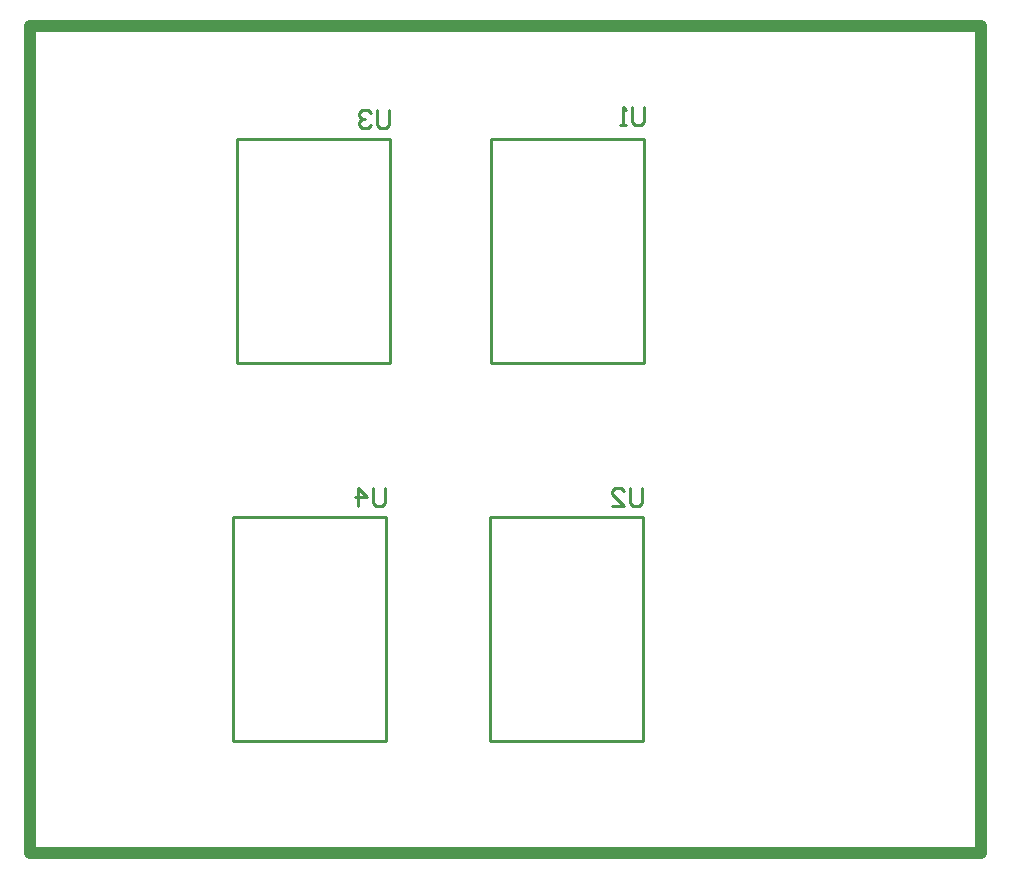
<source format=gbo>
G04*
G04 #@! TF.GenerationSoftware,Altium Limited,Altium Designer,20.0.12 (288)*
G04*
G04 Layer_Color=32896*
%FSLAX44Y44*%
%MOMM*%
G71*
G01*
G75*
%ADD11C,0.2540*%
%ADD13C,1.0000*%
D11*
X520000Y515000D02*
Y705000D01*
X390000Y515000D02*
X520000D01*
X390000D02*
Y705000D01*
X520000D01*
X389200Y195000D02*
X519200D01*
Y385000D01*
X389200D02*
X519200D01*
X389200Y195000D02*
Y385000D01*
X175000Y705000D02*
X305000D01*
X175000Y515000D02*
Y705000D01*
Y515000D02*
X305000D01*
Y705000D01*
X171700Y195000D02*
X301700D01*
Y385000D01*
X171700D02*
X301700D01*
X171700Y195000D02*
Y385000D01*
X300518Y409095D02*
Y396399D01*
X297979Y393860D01*
X292901D01*
X290361Y396399D01*
Y409095D01*
X277665Y393860D02*
Y409095D01*
X285283Y401478D01*
X275126D01*
X303712Y729245D02*
Y716549D01*
X301173Y714010D01*
X296095D01*
X293555Y716549D01*
Y729245D01*
X288477Y726706D02*
X285938Y729245D01*
X280860D01*
X278320Y726706D01*
Y724167D01*
X280860Y721628D01*
X283399D01*
X280860D01*
X278320Y719088D01*
Y716549D01*
X280860Y714010D01*
X285938D01*
X288477Y716549D01*
X517902Y409079D02*
Y396383D01*
X515363Y393844D01*
X510285D01*
X507745Y396383D01*
Y409079D01*
X492510Y393844D02*
X502667D01*
X492510Y404001D01*
Y406540D01*
X495049Y409079D01*
X500128D01*
X502667Y406540D01*
X519757Y731618D02*
Y718922D01*
X517217Y716383D01*
X512139D01*
X509600Y718922D01*
Y731618D01*
X504522Y716383D02*
X499443D01*
X501982D01*
Y731618D01*
X504522Y729079D01*
D13*
X0Y100000D02*
X805000D01*
X0Y800000D02*
X0Y100000D01*
X805000Y800000D02*
X805000Y100000D01*
X0Y800000D02*
X805000D01*
M02*

</source>
